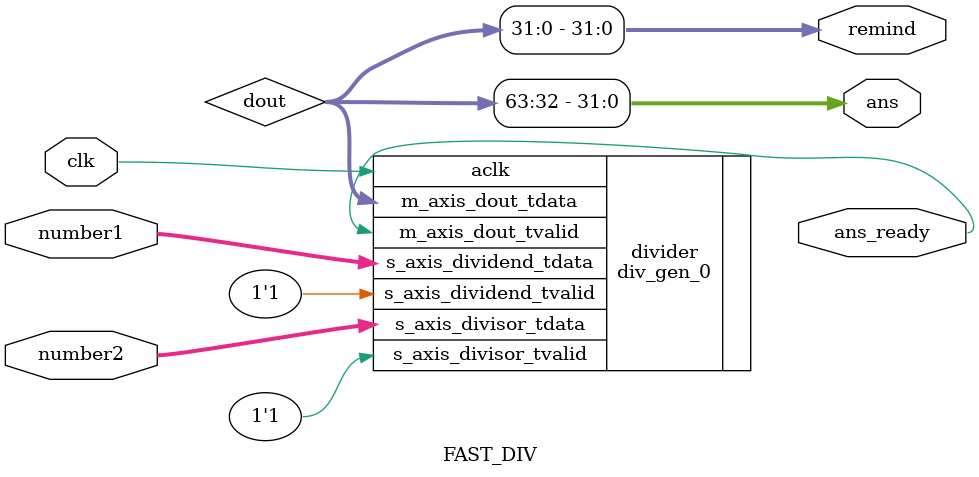
<source format=v>
`timescale 1ns / 1ps


module FAST_DIV(
    input clk,  // 100 Mhz

    input [31:0] number1,
    input [31:0] number2, 

    output [31:0] ans,
    output [31:0] remind,
    output ans_ready
);

wire [63:0] dout;
assign ans = dout[63:32];
assign remind = dout[31:0];

div_gen_0 divider (
  .aclk(clk),                                       // input wire aclk
  .s_axis_divisor_tvalid(1'b1),                     // input wire s_axis_divisor_tvalid
  .s_axis_divisor_tdata(number2),                   // input wire [31 : 0] s_axis_divisor_tdata

  .s_axis_dividend_tvalid(1'b1),                    // input wire s_axis_dividend_tvalid
  .s_axis_dividend_tdata(number1),                  // input wire [31 : 0] s_axis_dividend_tdata

  .m_axis_dout_tvalid(ans_ready),                   // output wire m_axis_dout_tvalid
  .m_axis_dout_tdata(dout)                          // output wire [63 : 0] m_axis_dout_tdata
);
endmodule

</source>
